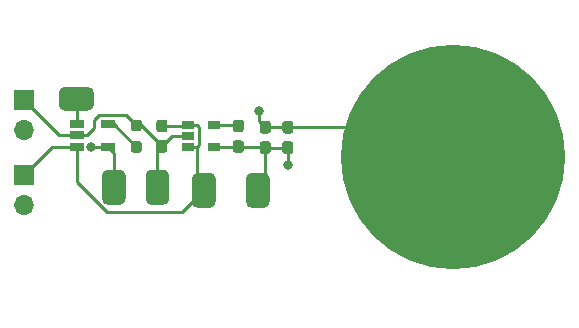
<source format=gbr>
%TF.GenerationSoftware,KiCad,Pcbnew,5.1.9*%
%TF.CreationDate,2021-05-01T17:54:34+02:00*%
%TF.ProjectId,LiPo_Circuit,4c69506f-5f43-4697-9263-7569742e6b69,rev?*%
%TF.SameCoordinates,Original*%
%TF.FileFunction,Copper,L1,Top*%
%TF.FilePolarity,Positive*%
%FSLAX46Y46*%
G04 Gerber Fmt 4.6, Leading zero omitted, Abs format (unit mm)*
G04 Created by KiCad (PCBNEW 5.1.9) date 2021-05-01 17:54:34*
%MOMM*%
%LPD*%
G01*
G04 APERTURE LIST*
%TA.AperFunction,SMDPad,CuDef*%
%ADD10C,19.000000*%
%TD*%
%TA.AperFunction,ComponentPad*%
%ADD11R,1.700000X1.700000*%
%TD*%
%TA.AperFunction,ComponentPad*%
%ADD12O,1.700000X1.700000*%
%TD*%
%TA.AperFunction,SMDPad,CuDef*%
%ADD13R,1.220000X0.650000*%
%TD*%
%TA.AperFunction,SMDPad,CuDef*%
%ADD14R,1.060000X0.650000*%
%TD*%
%TA.AperFunction,ViaPad*%
%ADD15C,0.800000*%
%TD*%
%TA.AperFunction,Conductor*%
%ADD16C,0.250000*%
%TD*%
G04 APERTURE END LIST*
D10*
%TO.P,BatDummy1,1*%
%TO.N,BAT-*%
X156083000Y-118999000D03*
%TD*%
%TO.P,C1,1*%
%TO.N,BAT+*%
%TA.AperFunction,SMDPad,CuDef*%
G36*
G01*
X131207500Y-115821000D02*
X131682500Y-115821000D01*
G75*
G02*
X131920000Y-116058500I0J-237500D01*
G01*
X131920000Y-116658500D01*
G75*
G02*
X131682500Y-116896000I-237500J0D01*
G01*
X131207500Y-116896000D01*
G75*
G02*
X130970000Y-116658500I0J237500D01*
G01*
X130970000Y-116058500D01*
G75*
G02*
X131207500Y-115821000I237500J0D01*
G01*
G37*
%TD.AperFunction*%
%TO.P,C1,2*%
%TO.N,BAT-*%
%TA.AperFunction,SMDPad,CuDef*%
G36*
G01*
X131207500Y-117546000D02*
X131682500Y-117546000D01*
G75*
G02*
X131920000Y-117783500I0J-237500D01*
G01*
X131920000Y-118383500D01*
G75*
G02*
X131682500Y-118621000I-237500J0D01*
G01*
X131207500Y-118621000D01*
G75*
G02*
X130970000Y-118383500I0J237500D01*
G01*
X130970000Y-117783500D01*
G75*
G02*
X131207500Y-117546000I237500J0D01*
G01*
G37*
%TD.AperFunction*%
%TD*%
%TO.P,C2,1*%
%TO.N,PowerOut*%
%TA.AperFunction,SMDPad,CuDef*%
G36*
G01*
X140445500Y-118721500D02*
X139970500Y-118721500D01*
G75*
G02*
X139733000Y-118484000I0J237500D01*
G01*
X139733000Y-117884000D01*
G75*
G02*
X139970500Y-117646500I237500J0D01*
G01*
X140445500Y-117646500D01*
G75*
G02*
X140683000Y-117884000I0J-237500D01*
G01*
X140683000Y-118484000D01*
G75*
G02*
X140445500Y-118721500I-237500J0D01*
G01*
G37*
%TD.AperFunction*%
%TO.P,C2,2*%
%TO.N,BAT-*%
%TA.AperFunction,SMDPad,CuDef*%
G36*
G01*
X140445500Y-116996500D02*
X139970500Y-116996500D01*
G75*
G02*
X139733000Y-116759000I0J237500D01*
G01*
X139733000Y-116159000D01*
G75*
G02*
X139970500Y-115921500I237500J0D01*
G01*
X140445500Y-115921500D01*
G75*
G02*
X140683000Y-116159000I0J-237500D01*
G01*
X140683000Y-116759000D01*
G75*
G02*
X140445500Y-116996500I-237500J0D01*
G01*
G37*
%TD.AperFunction*%
%TD*%
%TO.P,C3,2*%
%TO.N,BAT-*%
%TA.AperFunction,SMDPad,CuDef*%
G36*
G01*
X142350500Y-116996500D02*
X141875500Y-116996500D01*
G75*
G02*
X141638000Y-116759000I0J237500D01*
G01*
X141638000Y-116159000D01*
G75*
G02*
X141875500Y-115921500I237500J0D01*
G01*
X142350500Y-115921500D01*
G75*
G02*
X142588000Y-116159000I0J-237500D01*
G01*
X142588000Y-116759000D01*
G75*
G02*
X142350500Y-116996500I-237500J0D01*
G01*
G37*
%TD.AperFunction*%
%TO.P,C3,1*%
%TO.N,PowerOut*%
%TA.AperFunction,SMDPad,CuDef*%
G36*
G01*
X142350500Y-118721500D02*
X141875500Y-118721500D01*
G75*
G02*
X141638000Y-118484000I0J237500D01*
G01*
X141638000Y-117884000D01*
G75*
G02*
X141875500Y-117646500I237500J0D01*
G01*
X142350500Y-117646500D01*
G75*
G02*
X142588000Y-117884000I0J-237500D01*
G01*
X142588000Y-118484000D01*
G75*
G02*
X142350500Y-118721500I-237500J0D01*
G01*
G37*
%TD.AperFunction*%
%TD*%
%TO.P,GND1,1*%
%TO.N,BAT-*%
%TA.AperFunction,SMDPad,CuDef*%
G36*
G01*
X131564000Y-123039000D02*
X130564000Y-123039000D01*
G75*
G02*
X130064000Y-122539000I0J500000D01*
G01*
X130064000Y-120539000D01*
G75*
G02*
X130564000Y-120039000I500000J0D01*
G01*
X131564000Y-120039000D01*
G75*
G02*
X132064000Y-120539000I0J-500000D01*
G01*
X132064000Y-122539000D01*
G75*
G02*
X131564000Y-123039000I-500000J0D01*
G01*
G37*
%TD.AperFunction*%
%TD*%
%TO.P,J_Bat+1,1*%
%TO.N,BAT+*%
%TA.AperFunction,SMDPad,CuDef*%
G36*
G01*
X135501000Y-123293000D02*
X134501000Y-123293000D01*
G75*
G02*
X134001000Y-122793000I0J500000D01*
G01*
X134001000Y-120793000D01*
G75*
G02*
X134501000Y-120293000I500000J0D01*
G01*
X135501000Y-120293000D01*
G75*
G02*
X136001000Y-120793000I0J-500000D01*
G01*
X136001000Y-122793000D01*
G75*
G02*
X135501000Y-123293000I-500000J0D01*
G01*
G37*
%TD.AperFunction*%
%TD*%
D11*
%TO.P,J_Bat_Cur1,1*%
%TO.N,BAT+*%
X119761000Y-120523000D03*
D12*
%TO.P,J_Bat_Cur1,2*%
%TO.N,Net-(BT1-Pad1)*%
X119761000Y-123063000D03*
%TD*%
%TO.P,J_CHG+1,1*%
%TO.N,CHG+*%
%TA.AperFunction,SMDPad,CuDef*%
G36*
G01*
X127881000Y-123039000D02*
X126881000Y-123039000D01*
G75*
G02*
X126381000Y-122539000I0J500000D01*
G01*
X126381000Y-120539000D01*
G75*
G02*
X126881000Y-120039000I500000J0D01*
G01*
X127881000Y-120039000D01*
G75*
G02*
X128381000Y-120539000I0J-500000D01*
G01*
X128381000Y-122539000D01*
G75*
G02*
X127881000Y-123039000I-500000J0D01*
G01*
G37*
%TD.AperFunction*%
%TD*%
%TO.P,J_ChgStat1,1*%
%TO.N,CHG_State*%
%TA.AperFunction,SMDPad,CuDef*%
G36*
G01*
X125706000Y-113546000D02*
X125706000Y-114546000D01*
G75*
G02*
X125206000Y-115046000I-500000J0D01*
G01*
X123206000Y-115046000D01*
G75*
G02*
X122706000Y-114546000I0J500000D01*
G01*
X122706000Y-113546000D01*
G75*
G02*
X123206000Y-113046000I500000J0D01*
G01*
X125206000Y-113046000D01*
G75*
G02*
X125706000Y-113546000I0J-500000D01*
G01*
G37*
%TD.AperFunction*%
%TD*%
%TO.P,J_PowOut1,1*%
%TO.N,PowerOut*%
%TA.AperFunction,SMDPad,CuDef*%
G36*
G01*
X140073000Y-123293000D02*
X139073000Y-123293000D01*
G75*
G02*
X138573000Y-122793000I0J500000D01*
G01*
X138573000Y-120793000D01*
G75*
G02*
X139073000Y-120293000I500000J0D01*
G01*
X140073000Y-120293000D01*
G75*
G02*
X140573000Y-120793000I0J-500000D01*
G01*
X140573000Y-122793000D01*
G75*
G02*
X140073000Y-123293000I-500000J0D01*
G01*
G37*
%TD.AperFunction*%
%TD*%
%TO.P,L1,1*%
%TO.N,PowerOut*%
%TA.AperFunction,SMDPad,CuDef*%
G36*
G01*
X138159500Y-118621000D02*
X137684500Y-118621000D01*
G75*
G02*
X137447000Y-118383500I0J237500D01*
G01*
X137447000Y-117808500D01*
G75*
G02*
X137684500Y-117571000I237500J0D01*
G01*
X138159500Y-117571000D01*
G75*
G02*
X138397000Y-117808500I0J-237500D01*
G01*
X138397000Y-118383500D01*
G75*
G02*
X138159500Y-118621000I-237500J0D01*
G01*
G37*
%TD.AperFunction*%
%TO.P,L1,2*%
%TO.N,Net-(L1-Pad2)*%
%TA.AperFunction,SMDPad,CuDef*%
G36*
G01*
X138159500Y-116871000D02*
X137684500Y-116871000D01*
G75*
G02*
X137447000Y-116633500I0J237500D01*
G01*
X137447000Y-116058500D01*
G75*
G02*
X137684500Y-115821000I237500J0D01*
G01*
X138159500Y-115821000D01*
G75*
G02*
X138397000Y-116058500I0J-237500D01*
G01*
X138397000Y-116633500D01*
G75*
G02*
X138159500Y-116871000I-237500J0D01*
G01*
G37*
%TD.AperFunction*%
%TD*%
%TO.P,R1,1*%
%TO.N,Net-(R1-Pad1)*%
%TA.AperFunction,SMDPad,CuDef*%
G36*
G01*
X129523500Y-118621000D02*
X129048500Y-118621000D01*
G75*
G02*
X128811000Y-118383500I0J237500D01*
G01*
X128811000Y-117883500D01*
G75*
G02*
X129048500Y-117646000I237500J0D01*
G01*
X129523500Y-117646000D01*
G75*
G02*
X129761000Y-117883500I0J-237500D01*
G01*
X129761000Y-118383500D01*
G75*
G02*
X129523500Y-118621000I-237500J0D01*
G01*
G37*
%TD.AperFunction*%
%TO.P,R1,2*%
%TO.N,BAT-*%
%TA.AperFunction,SMDPad,CuDef*%
G36*
G01*
X129523500Y-116796000D02*
X129048500Y-116796000D01*
G75*
G02*
X128811000Y-116558500I0J237500D01*
G01*
X128811000Y-116058500D01*
G75*
G02*
X129048500Y-115821000I237500J0D01*
G01*
X129523500Y-115821000D01*
G75*
G02*
X129761000Y-116058500I0J-237500D01*
G01*
X129761000Y-116558500D01*
G75*
G02*
X129523500Y-116796000I-237500J0D01*
G01*
G37*
%TD.AperFunction*%
%TD*%
D13*
%TO.P,U1,1*%
%TO.N,CHG_State*%
X124253000Y-116205000D03*
%TO.P,U1,2*%
%TO.N,BAT-*%
X124253000Y-117155000D03*
%TO.P,U1,3*%
%TO.N,BAT+*%
X124253000Y-118105000D03*
%TO.P,U1,4*%
%TO.N,CHG+*%
X126873000Y-118105000D03*
%TO.P,U1,5*%
%TO.N,Net-(R1-Pad1)*%
X126873000Y-116205000D03*
%TD*%
D14*
%TO.P,U2,1*%
%TO.N,BAT+*%
X133647000Y-116271000D03*
%TO.P,U2,2*%
%TO.N,BAT-*%
X133647000Y-117221000D03*
%TO.P,U2,3*%
%TO.N,BAT+*%
X133647000Y-118171000D03*
%TO.P,U2,4*%
%TO.N,PowerOut*%
X135847000Y-118171000D03*
%TO.P,U2,5*%
%TO.N,Net-(L1-Pad2)*%
X135847000Y-116271000D03*
%TD*%
D11*
%TO.P,J_ChgIn1,1*%
%TO.N,BAT-*%
X119761000Y-114173000D03*
D12*
%TO.P,J_ChgIn1,2*%
%TO.N,CHG+*%
X119761000Y-116713000D03*
%TD*%
D15*
%TO.N,BAT-*%
X139700000Y-115062000D03*
%TO.N,PowerOut*%
X142113000Y-119634000D03*
%TO.N,CHG+*%
X125476000Y-118110000D03*
%TD*%
D16*
%TO.N,BAT-*%
X122743000Y-117155000D02*
X124253000Y-117155000D01*
X119761000Y-114173000D02*
X122743000Y-117155000D01*
X129286000Y-116308500D02*
X128420500Y-115443000D01*
X126114998Y-115443000D02*
X125730000Y-115827998D01*
X128420500Y-115443000D02*
X126114998Y-115443000D01*
X125113000Y-117155000D02*
X124253000Y-117155000D01*
X125730000Y-116538000D02*
X125113000Y-117155000D01*
X125730000Y-115827998D02*
X125730000Y-116538000D01*
X129670000Y-116308500D02*
X131445000Y-118083500D01*
X129286000Y-116308500D02*
X129670000Y-116308500D01*
X132307500Y-117221000D02*
X133647000Y-117221000D01*
X131445000Y-118083500D02*
X132307500Y-117221000D01*
X140208000Y-116459000D02*
X142113000Y-116459000D01*
X153543000Y-116459000D02*
X156083000Y-118999000D01*
X142113000Y-116459000D02*
X153543000Y-116459000D01*
X139700000Y-115951000D02*
X140208000Y-116459000D01*
X139700000Y-115062000D02*
X139700000Y-115951000D01*
X131064000Y-118464500D02*
X131445000Y-118083500D01*
X131064000Y-121539000D02*
X131064000Y-118464500D01*
%TO.N,PowerOut*%
X137847000Y-118171000D02*
X137922000Y-118096000D01*
X135847000Y-118171000D02*
X137847000Y-118171000D01*
X140120000Y-118096000D02*
X140208000Y-118184000D01*
X137922000Y-118096000D02*
X140120000Y-118096000D01*
X140208000Y-118184000D02*
X142113000Y-118184000D01*
X140208000Y-121158000D02*
X139573000Y-121793000D01*
X140208000Y-118184000D02*
X140208000Y-121158000D01*
X142113000Y-118184000D02*
X142113000Y-119634000D01*
%TO.N,BAT+*%
X133559500Y-116358500D02*
X133647000Y-116271000D01*
X131445000Y-116358500D02*
X133559500Y-116358500D01*
X134427000Y-116271000D02*
X134620000Y-116464000D01*
X133647000Y-116271000D02*
X134427000Y-116271000D01*
X134427000Y-118171000D02*
X133647000Y-118171000D01*
X134620000Y-117978000D02*
X134427000Y-118171000D01*
X134620000Y-116464000D02*
X134620000Y-117978000D01*
X122179000Y-118105000D02*
X124253000Y-118105000D01*
X119761000Y-120523000D02*
X122179000Y-118105000D01*
X134427000Y-121219000D02*
X135001000Y-121793000D01*
X134427000Y-118171000D02*
X134427000Y-121219000D01*
X124253000Y-121077742D02*
X124253000Y-118105000D01*
X126793268Y-123618010D02*
X124253000Y-121077742D01*
X133175990Y-123618010D02*
X126793268Y-123618010D01*
X135001000Y-121793000D02*
X133175990Y-123618010D01*
%TO.N,CHG+*%
X127381000Y-118613000D02*
X126873000Y-118105000D01*
X127381000Y-121539000D02*
X127381000Y-118613000D01*
X125481000Y-118105000D02*
X125476000Y-118110000D01*
X126873000Y-118105000D02*
X125481000Y-118105000D01*
%TO.N,CHG_State*%
X124253000Y-114093000D02*
X124206000Y-114046000D01*
X124253000Y-116205000D02*
X124253000Y-114093000D01*
%TO.N,Net-(L1-Pad2)*%
X137847000Y-116271000D02*
X137922000Y-116346000D01*
X135847000Y-116271000D02*
X137847000Y-116271000D01*
%TO.N,Net-(R1-Pad1)*%
X127357500Y-116205000D02*
X129286000Y-118133500D01*
X126873000Y-116205000D02*
X127357500Y-116205000D01*
%TD*%
M02*

</source>
